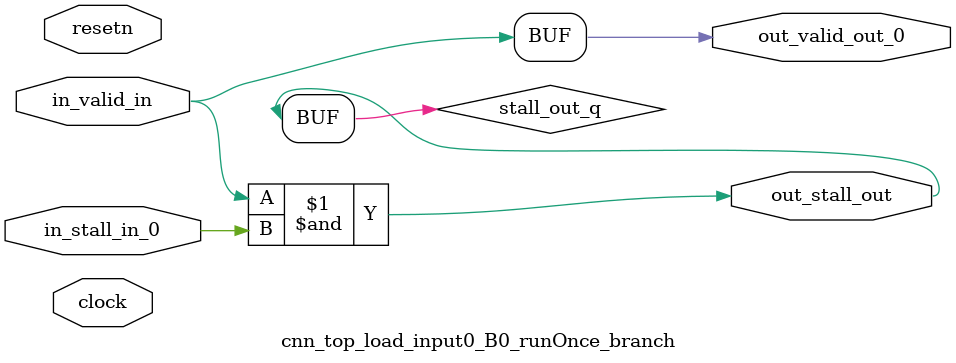
<source format=sv>



(* altera_attribute = "-name AUTO_SHIFT_REGISTER_RECOGNITION OFF; -name MESSAGE_DISABLE 10036; -name MESSAGE_DISABLE 10037; -name MESSAGE_DISABLE 14130; -name MESSAGE_DISABLE 14320; -name MESSAGE_DISABLE 15400; -name MESSAGE_DISABLE 14130; -name MESSAGE_DISABLE 10036; -name MESSAGE_DISABLE 12020; -name MESSAGE_DISABLE 12030; -name MESSAGE_DISABLE 12010; -name MESSAGE_DISABLE 12110; -name MESSAGE_DISABLE 14320; -name MESSAGE_DISABLE 13410; -name MESSAGE_DISABLE 113007; -name MESSAGE_DISABLE 10958" *)
module cnn_top_load_input0_B0_runOnce_branch (
    input wire [0:0] in_stall_in_0,
    input wire [0:0] in_valid_in,
    output wire [0:0] out_stall_out,
    output wire [0:0] out_valid_out_0,
    input wire clock,
    input wire resetn
    );

    wire [0:0] stall_out_q;


    // stall_out(LOGICAL,6)
    assign stall_out_q = in_valid_in & in_stall_in_0;

    // out_stall_out(GPOUT,4)
    assign out_stall_out = stall_out_q;

    // out_valid_out_0(GPOUT,5)
    assign out_valid_out_0 = in_valid_in;

endmodule

</source>
